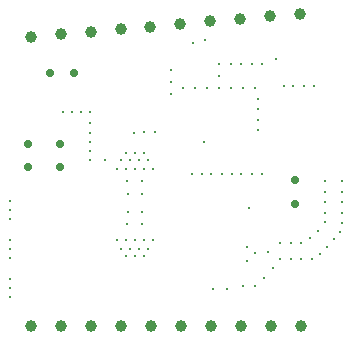
<source format=gbr>
%TF.GenerationSoftware,KiCad,Pcbnew,9.0.2*%
%TF.CreationDate,2025-06-04T19:52:51+07:00*%
%TF.ProjectId,Power Delivery Management_3.3V,506f7765-7220-4446-956c-697665727920,rev?*%
%TF.SameCoordinates,Original*%
%TF.FileFunction,Plated,1,4,PTH,Drill*%
%TF.FilePolarity,Positive*%
%FSLAX46Y46*%
G04 Gerber Fmt 4.6, Leading zero omitted, Abs format (unit mm)*
G04 Created by KiCad (PCBNEW 9.0.2) date 2025-06-04 19:52:51*
%MOMM*%
%LPD*%
G01*
G04 APERTURE LIST*
%TA.AperFunction,ViaDrill*%
%ADD10C,0.300000*%
%TD*%
%TA.AperFunction,ComponentDrill*%
%ADD11C,0.700000*%
%TD*%
%TA.AperFunction,ComponentDrill*%
%ADD12C,1.000000*%
%TD*%
G04 APERTURE END LIST*
D10*
X45339000Y-57785000D03*
X45339000Y-58547000D03*
X45339000Y-59309000D03*
X45339000Y-61087000D03*
X45339000Y-61849000D03*
X45339000Y-62611000D03*
X45339000Y-64389000D03*
X45339000Y-65151000D03*
X45339000Y-65913000D03*
X49784000Y-50292000D03*
X50546000Y-50292000D03*
X51308000Y-50292000D03*
X52070000Y-50292000D03*
X52070000Y-51181000D03*
X52070000Y-52070000D03*
X52070000Y-52832000D03*
X52070000Y-53594000D03*
X52070000Y-54356000D03*
X53340000Y-54356000D03*
X54356000Y-55118000D03*
X54356000Y-61087000D03*
X54737000Y-54356000D03*
X54737000Y-61849000D03*
X55118000Y-53721000D03*
X55118000Y-55118000D03*
X55118000Y-61087000D03*
X55118000Y-62484000D03*
X55253894Y-59782224D03*
X55258917Y-56126070D03*
X55283483Y-57221194D03*
X55283483Y-58771194D03*
X55499000Y-54356000D03*
X55499000Y-61849000D03*
X55826929Y-52029853D03*
X55880000Y-53721000D03*
X55880000Y-55118000D03*
X55880000Y-61087000D03*
X55880000Y-62484000D03*
X56261000Y-54356000D03*
X56261000Y-61849000D03*
X56488483Y-57221194D03*
X56488483Y-58771194D03*
X56495083Y-59764365D03*
X56497129Y-56143929D03*
X56642000Y-53721000D03*
X56642000Y-55118000D03*
X56642000Y-61087000D03*
X56642000Y-62484000D03*
X56682342Y-52019160D03*
X57023000Y-54356000D03*
X57023000Y-61849000D03*
X57404000Y-55118000D03*
X57404000Y-61087000D03*
X57580527Y-52008468D03*
X58928000Y-46736000D03*
X58928000Y-47752000D03*
X58928000Y-48768000D03*
X59944000Y-48260000D03*
X60706000Y-55499000D03*
X60858400Y-44450000D03*
X60960000Y-48260000D03*
X61595000Y-55499000D03*
X61722000Y-52832000D03*
X61874400Y-44196000D03*
X61976000Y-48260000D03*
X62357000Y-55499000D03*
X62484000Y-65278000D03*
X62992000Y-46228000D03*
X62992000Y-47244000D03*
X62992000Y-48260000D03*
X63246000Y-55499000D03*
X63692429Y-65247673D03*
X64008000Y-46228000D03*
X64008000Y-48260000D03*
X64135000Y-55499000D03*
X64897000Y-46228000D03*
X64897000Y-55499000D03*
X65024000Y-48260000D03*
X65024000Y-65024000D03*
X65405000Y-61722000D03*
X65405000Y-62865000D03*
X65532000Y-58420000D03*
X65786000Y-46228000D03*
X65786000Y-55499000D03*
X66040000Y-48260000D03*
X66040000Y-62230000D03*
X66040000Y-65024000D03*
X66294000Y-49149000D03*
X66294000Y-50038000D03*
X66294000Y-50927000D03*
X66294000Y-51816000D03*
X66675000Y-46228000D03*
X66675000Y-55499000D03*
X66853624Y-64348143D03*
X67182000Y-62103000D03*
X67564000Y-63500000D03*
X67818000Y-45821600D03*
X68199000Y-61341000D03*
X68199000Y-62738000D03*
X68529200Y-48107600D03*
X69088000Y-61341000D03*
X69088000Y-62738000D03*
X69291200Y-48107600D03*
X69977000Y-61341000D03*
X69977000Y-62730000D03*
X70180200Y-48107600D03*
X70739000Y-60960000D03*
X70866000Y-62738000D03*
X71069200Y-48107600D03*
X71374000Y-60325000D03*
X71534522Y-62273205D03*
X71988327Y-59619043D03*
X72009000Y-56134000D03*
X72009000Y-57023000D03*
X72009000Y-57912000D03*
X72009000Y-58801000D03*
X72126835Y-61680891D03*
X72719149Y-61061345D03*
X73263805Y-60462223D03*
X73398000Y-59690000D03*
X73406000Y-56134000D03*
X73406000Y-57912000D03*
X73406000Y-58801000D03*
X73414000Y-57023000D03*
D11*
%TO.C,3.3*%
X46863000Y-52959000D03*
X46863000Y-54959000D03*
%TO.C,GND1*%
X48749200Y-46990000D03*
%TO.C,+12*%
X49530000Y-52975000D03*
X49530000Y-54975000D03*
%TO.C,GND1*%
X50749200Y-46990000D03*
%TO.C,SENS1*%
X69469000Y-56039000D03*
X69469000Y-58039000D03*
D12*
%TO.C,J4*%
X47090827Y-43944567D03*
%TO.C,J3*%
X47090827Y-68404360D03*
%TO.C,J4*%
X49621163Y-43723191D03*
%TO.C,J3*%
X49630827Y-68404360D03*
%TO.C,J4*%
X52151496Y-43501816D03*
%TO.C,J3*%
X52170827Y-68404360D03*
%TO.C,J4*%
X54681831Y-43280440D03*
%TO.C,J3*%
X54710827Y-68404360D03*
%TO.C,J4*%
X57212165Y-43059065D03*
%TO.C,J3*%
X57250827Y-68404360D03*
%TO.C,J4*%
X59742500Y-42837689D03*
%TO.C,J3*%
X59790827Y-68404360D03*
%TO.C,J4*%
X62272834Y-42616313D03*
%TO.C,J3*%
X62330827Y-68404360D03*
%TO.C,J4*%
X64803169Y-42394938D03*
%TO.C,J3*%
X64870827Y-68404360D03*
%TO.C,J4*%
X67333503Y-42173562D03*
%TO.C,J3*%
X67410827Y-68404360D03*
%TO.C,J4*%
X69863838Y-41952187D03*
%TO.C,J3*%
X69950827Y-68404360D03*
M02*

</source>
